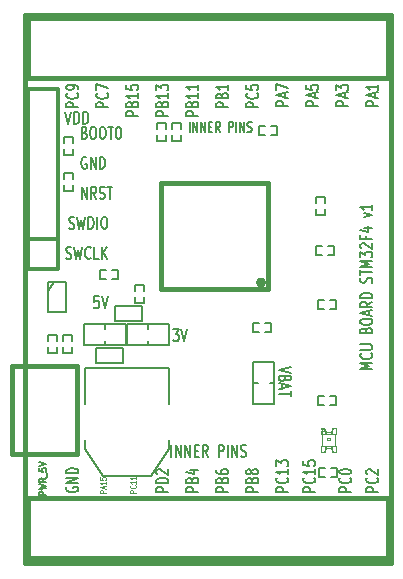
<source format=gto>
G04 (created by PCBNEW-RS274X (2012-apr-16-27)-stable) date Sun 17 Nov 2013 02:19:30 PM EET*
G01*
G70*
G90*
%MOIN*%
G04 Gerber Fmt 3.4, Leading zero omitted, Abs format*
%FSLAX34Y34*%
G04 APERTURE LIST*
%ADD10C,0.006000*%
%ADD11C,0.007500*%
%ADD12C,0.006300*%
%ADD13C,0.003900*%
%ADD14C,0.005000*%
%ADD15C,0.015000*%
%ADD16C,0.012000*%
%ADD17C,0.002600*%
%ADD18C,0.004000*%
%ADD19C,0.002000*%
%ADD20C,0.008000*%
G04 APERTURE END LIST*
G54D10*
G54D11*
X27243Y-20812D02*
X27100Y-20812D01*
X27086Y-21002D01*
X27100Y-20983D01*
X27129Y-20964D01*
X27200Y-20964D01*
X27229Y-20983D01*
X27243Y-21002D01*
X27258Y-21040D01*
X27258Y-21136D01*
X27243Y-21174D01*
X27229Y-21193D01*
X27200Y-21212D01*
X27129Y-21212D01*
X27100Y-21193D01*
X27086Y-21174D01*
X27344Y-20812D02*
X27444Y-21212D01*
X27544Y-20812D01*
X29722Y-21912D02*
X29908Y-21912D01*
X29808Y-22064D01*
X29850Y-22064D01*
X29879Y-22083D01*
X29893Y-22102D01*
X29908Y-22140D01*
X29908Y-22236D01*
X29893Y-22274D01*
X29879Y-22293D01*
X29850Y-22312D01*
X29765Y-22312D01*
X29736Y-22293D01*
X29722Y-22274D01*
X29994Y-21912D02*
X30094Y-22312D01*
X30194Y-21912D01*
X33638Y-23158D02*
X33238Y-23258D01*
X33638Y-23358D01*
X33448Y-23557D02*
X33429Y-23600D01*
X33410Y-23615D01*
X33371Y-23629D01*
X33314Y-23629D01*
X33276Y-23615D01*
X33257Y-23600D01*
X33238Y-23572D01*
X33238Y-23457D01*
X33638Y-23457D01*
X33638Y-23557D01*
X33619Y-23586D01*
X33600Y-23600D01*
X33562Y-23615D01*
X33524Y-23615D01*
X33486Y-23600D01*
X33467Y-23586D01*
X33448Y-23557D01*
X33448Y-23457D01*
X33352Y-23743D02*
X33352Y-23886D01*
X33238Y-23715D02*
X33638Y-23815D01*
X33238Y-23915D01*
X33638Y-23972D02*
X33638Y-24143D01*
X33238Y-24057D02*
X33638Y-24057D01*
X36362Y-23230D02*
X35962Y-23230D01*
X36248Y-23130D01*
X35962Y-23030D01*
X36362Y-23030D01*
X36324Y-22715D02*
X36343Y-22729D01*
X36362Y-22772D01*
X36362Y-22801D01*
X36343Y-22844D01*
X36305Y-22872D01*
X36267Y-22887D01*
X36190Y-22901D01*
X36133Y-22901D01*
X36057Y-22887D01*
X36019Y-22872D01*
X35981Y-22844D01*
X35962Y-22801D01*
X35962Y-22772D01*
X35981Y-22729D01*
X36000Y-22715D01*
X35962Y-22587D02*
X36286Y-22587D01*
X36324Y-22572D01*
X36343Y-22558D01*
X36362Y-22529D01*
X36362Y-22472D01*
X36343Y-22444D01*
X36324Y-22429D01*
X36286Y-22415D01*
X35962Y-22415D01*
X36152Y-21944D02*
X36171Y-21901D01*
X36190Y-21886D01*
X36229Y-21872D01*
X36286Y-21872D01*
X36324Y-21886D01*
X36343Y-21901D01*
X36362Y-21929D01*
X36362Y-22044D01*
X35962Y-22044D01*
X35962Y-21944D01*
X35981Y-21915D01*
X36000Y-21901D01*
X36038Y-21886D01*
X36076Y-21886D01*
X36114Y-21901D01*
X36133Y-21915D01*
X36152Y-21944D01*
X36152Y-22044D01*
X35962Y-21686D02*
X35962Y-21629D01*
X35981Y-21601D01*
X36019Y-21572D01*
X36095Y-21558D01*
X36229Y-21558D01*
X36305Y-21572D01*
X36343Y-21601D01*
X36362Y-21629D01*
X36362Y-21686D01*
X36343Y-21715D01*
X36305Y-21744D01*
X36229Y-21758D01*
X36095Y-21758D01*
X36019Y-21744D01*
X35981Y-21715D01*
X35962Y-21686D01*
X36248Y-21444D02*
X36248Y-21301D01*
X36362Y-21472D02*
X35962Y-21372D01*
X36362Y-21272D01*
X36362Y-21001D02*
X36171Y-21101D01*
X36362Y-21173D02*
X35962Y-21173D01*
X35962Y-21058D01*
X35981Y-21030D01*
X36000Y-21015D01*
X36038Y-21001D01*
X36095Y-21001D01*
X36133Y-21015D01*
X36152Y-21030D01*
X36171Y-21058D01*
X36171Y-21173D01*
X36362Y-20873D02*
X35962Y-20873D01*
X35962Y-20801D01*
X35981Y-20758D01*
X36019Y-20730D01*
X36057Y-20715D01*
X36133Y-20701D01*
X36190Y-20701D01*
X36267Y-20715D01*
X36305Y-20730D01*
X36343Y-20758D01*
X36362Y-20801D01*
X36362Y-20873D01*
X36343Y-20358D02*
X36362Y-20315D01*
X36362Y-20244D01*
X36343Y-20215D01*
X36324Y-20201D01*
X36286Y-20186D01*
X36248Y-20186D01*
X36210Y-20201D01*
X36190Y-20215D01*
X36171Y-20244D01*
X36152Y-20301D01*
X36133Y-20329D01*
X36114Y-20344D01*
X36076Y-20358D01*
X36038Y-20358D01*
X36000Y-20344D01*
X35981Y-20329D01*
X35962Y-20301D01*
X35962Y-20229D01*
X35981Y-20186D01*
X35962Y-20100D02*
X35962Y-19929D01*
X36362Y-20015D02*
X35962Y-20015D01*
X36362Y-19829D02*
X35962Y-19829D01*
X36248Y-19729D01*
X35962Y-19629D01*
X36362Y-19629D01*
X35962Y-19514D02*
X35962Y-19328D01*
X36114Y-19428D01*
X36114Y-19386D01*
X36133Y-19357D01*
X36152Y-19343D01*
X36190Y-19328D01*
X36286Y-19328D01*
X36324Y-19343D01*
X36343Y-19357D01*
X36362Y-19386D01*
X36362Y-19471D01*
X36343Y-19500D01*
X36324Y-19514D01*
X36000Y-19214D02*
X35981Y-19200D01*
X35962Y-19171D01*
X35962Y-19100D01*
X35981Y-19071D01*
X36000Y-19057D01*
X36038Y-19042D01*
X36076Y-19042D01*
X36133Y-19057D01*
X36362Y-19228D01*
X36362Y-19042D01*
X36152Y-18814D02*
X36152Y-18914D01*
X36362Y-18914D02*
X35962Y-18914D01*
X35962Y-18771D01*
X36095Y-18528D02*
X36362Y-18528D01*
X35943Y-18599D02*
X36229Y-18671D01*
X36229Y-18485D01*
X36095Y-18170D02*
X36362Y-18099D01*
X36095Y-18027D01*
X36362Y-17755D02*
X36362Y-17927D01*
X36362Y-17841D02*
X35962Y-17841D01*
X36019Y-17870D01*
X36057Y-17898D01*
X36076Y-17927D01*
X26129Y-14662D02*
X26229Y-15062D01*
X26329Y-14662D01*
X26428Y-15062D02*
X26428Y-14662D01*
X26500Y-14662D01*
X26543Y-14681D01*
X26571Y-14719D01*
X26586Y-14757D01*
X26600Y-14833D01*
X26600Y-14890D01*
X26586Y-14967D01*
X26571Y-15005D01*
X26543Y-15043D01*
X26500Y-15062D01*
X26428Y-15062D01*
X26728Y-15062D02*
X26728Y-14662D01*
X26800Y-14662D01*
X26843Y-14681D01*
X26871Y-14719D01*
X26886Y-14757D01*
X26900Y-14833D01*
X26900Y-14890D01*
X26886Y-14967D01*
X26871Y-15005D01*
X26843Y-15043D01*
X26800Y-15062D01*
X26728Y-15062D01*
X26771Y-15352D02*
X26814Y-15371D01*
X26829Y-15390D01*
X26843Y-15429D01*
X26843Y-15486D01*
X26829Y-15524D01*
X26814Y-15543D01*
X26786Y-15562D01*
X26671Y-15562D01*
X26671Y-15162D01*
X26771Y-15162D01*
X26800Y-15181D01*
X26814Y-15200D01*
X26829Y-15238D01*
X26829Y-15276D01*
X26814Y-15314D01*
X26800Y-15333D01*
X26771Y-15352D01*
X26671Y-15352D01*
X27029Y-15162D02*
X27086Y-15162D01*
X27114Y-15181D01*
X27143Y-15219D01*
X27157Y-15295D01*
X27157Y-15429D01*
X27143Y-15505D01*
X27114Y-15543D01*
X27086Y-15562D01*
X27029Y-15562D01*
X27000Y-15543D01*
X26971Y-15505D01*
X26957Y-15429D01*
X26957Y-15295D01*
X26971Y-15219D01*
X27000Y-15181D01*
X27029Y-15162D01*
X27343Y-15162D02*
X27400Y-15162D01*
X27428Y-15181D01*
X27457Y-15219D01*
X27471Y-15295D01*
X27471Y-15429D01*
X27457Y-15505D01*
X27428Y-15543D01*
X27400Y-15562D01*
X27343Y-15562D01*
X27314Y-15543D01*
X27285Y-15505D01*
X27271Y-15429D01*
X27271Y-15295D01*
X27285Y-15219D01*
X27314Y-15181D01*
X27343Y-15162D01*
X27557Y-15162D02*
X27728Y-15162D01*
X27642Y-15562D02*
X27642Y-15162D01*
X27886Y-15162D02*
X27914Y-15162D01*
X27943Y-15181D01*
X27957Y-15200D01*
X27971Y-15238D01*
X27986Y-15314D01*
X27986Y-15410D01*
X27971Y-15486D01*
X27957Y-15524D01*
X27943Y-15543D01*
X27914Y-15562D01*
X27886Y-15562D01*
X27857Y-15543D01*
X27843Y-15524D01*
X27828Y-15486D01*
X27814Y-15410D01*
X27814Y-15314D01*
X27828Y-15238D01*
X27843Y-15200D01*
X27857Y-15181D01*
X27886Y-15162D01*
X26829Y-16181D02*
X26800Y-16162D01*
X26757Y-16162D01*
X26714Y-16181D01*
X26686Y-16219D01*
X26671Y-16257D01*
X26657Y-16333D01*
X26657Y-16390D01*
X26671Y-16467D01*
X26686Y-16505D01*
X26714Y-16543D01*
X26757Y-16562D01*
X26786Y-16562D01*
X26829Y-16543D01*
X26843Y-16524D01*
X26843Y-16390D01*
X26786Y-16390D01*
X26971Y-16562D02*
X26971Y-16162D01*
X27143Y-16562D01*
X27143Y-16162D01*
X27285Y-16562D02*
X27285Y-16162D01*
X27357Y-16162D01*
X27400Y-16181D01*
X27428Y-16219D01*
X27443Y-16257D01*
X27457Y-16333D01*
X27457Y-16390D01*
X27443Y-16467D01*
X27428Y-16505D01*
X27400Y-16543D01*
X27357Y-16562D01*
X27285Y-16562D01*
X26671Y-17562D02*
X26671Y-17162D01*
X26843Y-17562D01*
X26843Y-17162D01*
X27157Y-17562D02*
X27057Y-17371D01*
X26985Y-17562D02*
X26985Y-17162D01*
X27100Y-17162D01*
X27128Y-17181D01*
X27143Y-17200D01*
X27157Y-17238D01*
X27157Y-17295D01*
X27143Y-17333D01*
X27128Y-17352D01*
X27100Y-17371D01*
X26985Y-17371D01*
X27271Y-17543D02*
X27314Y-17562D01*
X27385Y-17562D01*
X27414Y-17543D01*
X27428Y-17524D01*
X27443Y-17486D01*
X27443Y-17448D01*
X27428Y-17410D01*
X27414Y-17390D01*
X27385Y-17371D01*
X27328Y-17352D01*
X27300Y-17333D01*
X27285Y-17314D01*
X27271Y-17276D01*
X27271Y-17238D01*
X27285Y-17200D01*
X27300Y-17181D01*
X27328Y-17162D01*
X27400Y-17162D01*
X27443Y-17181D01*
X27529Y-17162D02*
X27700Y-17162D01*
X27614Y-17562D02*
X27614Y-17162D01*
X26257Y-18543D02*
X26300Y-18562D01*
X26371Y-18562D01*
X26400Y-18543D01*
X26414Y-18524D01*
X26429Y-18486D01*
X26429Y-18448D01*
X26414Y-18410D01*
X26400Y-18390D01*
X26371Y-18371D01*
X26314Y-18352D01*
X26286Y-18333D01*
X26271Y-18314D01*
X26257Y-18276D01*
X26257Y-18238D01*
X26271Y-18200D01*
X26286Y-18181D01*
X26314Y-18162D01*
X26386Y-18162D01*
X26429Y-18181D01*
X26529Y-18162D02*
X26600Y-18562D01*
X26657Y-18276D01*
X26715Y-18562D01*
X26786Y-18162D01*
X26900Y-18562D02*
X26900Y-18162D01*
X26972Y-18162D01*
X27015Y-18181D01*
X27043Y-18219D01*
X27058Y-18257D01*
X27072Y-18333D01*
X27072Y-18390D01*
X27058Y-18467D01*
X27043Y-18505D01*
X27015Y-18543D01*
X26972Y-18562D01*
X26900Y-18562D01*
X27200Y-18562D02*
X27200Y-18162D01*
X27401Y-18162D02*
X27458Y-18162D01*
X27486Y-18181D01*
X27515Y-18219D01*
X27529Y-18295D01*
X27529Y-18429D01*
X27515Y-18505D01*
X27486Y-18543D01*
X27458Y-18562D01*
X27401Y-18562D01*
X27372Y-18543D01*
X27343Y-18505D01*
X27329Y-18429D01*
X27329Y-18295D01*
X27343Y-18219D01*
X27372Y-18181D01*
X27401Y-18162D01*
X26157Y-19543D02*
X26200Y-19562D01*
X26271Y-19562D01*
X26300Y-19543D01*
X26314Y-19524D01*
X26329Y-19486D01*
X26329Y-19448D01*
X26314Y-19410D01*
X26300Y-19390D01*
X26271Y-19371D01*
X26214Y-19352D01*
X26186Y-19333D01*
X26171Y-19314D01*
X26157Y-19276D01*
X26157Y-19238D01*
X26171Y-19200D01*
X26186Y-19181D01*
X26214Y-19162D01*
X26286Y-19162D01*
X26329Y-19181D01*
X26429Y-19162D02*
X26500Y-19562D01*
X26557Y-19276D01*
X26615Y-19562D01*
X26686Y-19162D01*
X26972Y-19524D02*
X26958Y-19543D01*
X26915Y-19562D01*
X26886Y-19562D01*
X26843Y-19543D01*
X26815Y-19505D01*
X26800Y-19467D01*
X26786Y-19390D01*
X26786Y-19333D01*
X26800Y-19257D01*
X26815Y-19219D01*
X26843Y-19181D01*
X26886Y-19162D01*
X26915Y-19162D01*
X26958Y-19181D01*
X26972Y-19200D01*
X27243Y-19562D02*
X27100Y-19562D01*
X27100Y-19162D01*
X27343Y-19562D02*
X27343Y-19162D01*
X27515Y-19562D02*
X27386Y-19333D01*
X27515Y-19162D02*
X27343Y-19390D01*
G54D12*
X30271Y-15342D02*
X30271Y-14992D01*
X30390Y-15342D02*
X30390Y-14992D01*
X30532Y-15342D01*
X30532Y-14992D01*
X30652Y-15342D02*
X30652Y-14992D01*
X30794Y-15342D01*
X30794Y-14992D01*
X30914Y-15158D02*
X30997Y-15158D01*
X31033Y-15342D02*
X30914Y-15342D01*
X30914Y-14992D01*
X31033Y-14992D01*
X31282Y-15342D02*
X31199Y-15175D01*
X31140Y-15342D02*
X31140Y-14992D01*
X31235Y-14992D01*
X31259Y-15008D01*
X31270Y-15025D01*
X31282Y-15058D01*
X31282Y-15108D01*
X31270Y-15142D01*
X31259Y-15158D01*
X31235Y-15175D01*
X31140Y-15175D01*
X31580Y-15342D02*
X31580Y-14992D01*
X31675Y-14992D01*
X31699Y-15008D01*
X31710Y-15025D01*
X31722Y-15058D01*
X31722Y-15108D01*
X31710Y-15142D01*
X31699Y-15158D01*
X31675Y-15175D01*
X31580Y-15175D01*
X31830Y-15342D02*
X31830Y-14992D01*
X31949Y-15342D02*
X31949Y-14992D01*
X32091Y-15342D01*
X32091Y-14992D01*
X32199Y-15325D02*
X32234Y-15342D01*
X32294Y-15342D01*
X32318Y-15325D01*
X32330Y-15308D01*
X32341Y-15275D01*
X32341Y-15242D01*
X32330Y-15208D01*
X32318Y-15192D01*
X32294Y-15175D01*
X32246Y-15158D01*
X32222Y-15142D01*
X32211Y-15125D01*
X32199Y-15092D01*
X32199Y-15058D01*
X32211Y-15025D01*
X32222Y-15008D01*
X32246Y-14992D01*
X32306Y-14992D01*
X32341Y-15008D01*
G54D11*
X36562Y-14472D02*
X36162Y-14472D01*
X36162Y-14357D01*
X36181Y-14329D01*
X36200Y-14314D01*
X36238Y-14300D01*
X36295Y-14300D01*
X36333Y-14314D01*
X36352Y-14329D01*
X36371Y-14357D01*
X36371Y-14472D01*
X36448Y-14186D02*
X36448Y-14043D01*
X36562Y-14214D02*
X36162Y-14114D01*
X36562Y-14014D01*
X36562Y-13757D02*
X36562Y-13929D01*
X36562Y-13843D02*
X36162Y-13843D01*
X36219Y-13872D01*
X36257Y-13900D01*
X36276Y-13929D01*
X35562Y-14472D02*
X35162Y-14472D01*
X35162Y-14357D01*
X35181Y-14329D01*
X35200Y-14314D01*
X35238Y-14300D01*
X35295Y-14300D01*
X35333Y-14314D01*
X35352Y-14329D01*
X35371Y-14357D01*
X35371Y-14472D01*
X35448Y-14186D02*
X35448Y-14043D01*
X35562Y-14214D02*
X35162Y-14114D01*
X35562Y-14014D01*
X35162Y-13943D02*
X35162Y-13757D01*
X35314Y-13857D01*
X35314Y-13815D01*
X35333Y-13786D01*
X35352Y-13772D01*
X35390Y-13757D01*
X35486Y-13757D01*
X35524Y-13772D01*
X35543Y-13786D01*
X35562Y-13815D01*
X35562Y-13900D01*
X35543Y-13929D01*
X35524Y-13943D01*
X34562Y-14472D02*
X34162Y-14472D01*
X34162Y-14357D01*
X34181Y-14329D01*
X34200Y-14314D01*
X34238Y-14300D01*
X34295Y-14300D01*
X34333Y-14314D01*
X34352Y-14329D01*
X34371Y-14357D01*
X34371Y-14472D01*
X34448Y-14186D02*
X34448Y-14043D01*
X34562Y-14214D02*
X34162Y-14114D01*
X34562Y-14014D01*
X34162Y-13772D02*
X34162Y-13915D01*
X34352Y-13929D01*
X34333Y-13915D01*
X34314Y-13886D01*
X34314Y-13815D01*
X34333Y-13786D01*
X34352Y-13772D01*
X34390Y-13757D01*
X34486Y-13757D01*
X34524Y-13772D01*
X34543Y-13786D01*
X34562Y-13815D01*
X34562Y-13886D01*
X34543Y-13915D01*
X34524Y-13929D01*
X33562Y-14472D02*
X33162Y-14472D01*
X33162Y-14357D01*
X33181Y-14329D01*
X33200Y-14314D01*
X33238Y-14300D01*
X33295Y-14300D01*
X33333Y-14314D01*
X33352Y-14329D01*
X33371Y-14357D01*
X33371Y-14472D01*
X33448Y-14186D02*
X33448Y-14043D01*
X33562Y-14214D02*
X33162Y-14114D01*
X33562Y-14014D01*
X33162Y-13943D02*
X33162Y-13743D01*
X33562Y-13872D01*
X32562Y-14515D02*
X32162Y-14515D01*
X32162Y-14400D01*
X32181Y-14372D01*
X32200Y-14357D01*
X32238Y-14343D01*
X32295Y-14343D01*
X32333Y-14357D01*
X32352Y-14372D01*
X32371Y-14400D01*
X32371Y-14515D01*
X32524Y-14043D02*
X32543Y-14057D01*
X32562Y-14100D01*
X32562Y-14129D01*
X32543Y-14172D01*
X32505Y-14200D01*
X32467Y-14215D01*
X32390Y-14229D01*
X32333Y-14229D01*
X32257Y-14215D01*
X32219Y-14200D01*
X32181Y-14172D01*
X32162Y-14129D01*
X32162Y-14100D01*
X32181Y-14057D01*
X32200Y-14043D01*
X32162Y-13772D02*
X32162Y-13915D01*
X32352Y-13929D01*
X32333Y-13915D01*
X32314Y-13886D01*
X32314Y-13815D01*
X32333Y-13786D01*
X32352Y-13772D01*
X32390Y-13757D01*
X32486Y-13757D01*
X32524Y-13772D01*
X32543Y-13786D01*
X32562Y-13815D01*
X32562Y-13886D01*
X32543Y-13915D01*
X32524Y-13929D01*
X31562Y-14515D02*
X31162Y-14515D01*
X31162Y-14400D01*
X31181Y-14372D01*
X31200Y-14357D01*
X31238Y-14343D01*
X31295Y-14343D01*
X31333Y-14357D01*
X31352Y-14372D01*
X31371Y-14400D01*
X31371Y-14515D01*
X31352Y-14115D02*
X31371Y-14072D01*
X31390Y-14057D01*
X31429Y-14043D01*
X31486Y-14043D01*
X31524Y-14057D01*
X31543Y-14072D01*
X31562Y-14100D01*
X31562Y-14215D01*
X31162Y-14215D01*
X31162Y-14115D01*
X31181Y-14086D01*
X31200Y-14072D01*
X31238Y-14057D01*
X31276Y-14057D01*
X31314Y-14072D01*
X31333Y-14086D01*
X31352Y-14115D01*
X31352Y-14215D01*
X31562Y-13757D02*
X31562Y-13929D01*
X31562Y-13843D02*
X31162Y-13843D01*
X31219Y-13872D01*
X31257Y-13900D01*
X31276Y-13929D01*
X30562Y-14801D02*
X30162Y-14801D01*
X30162Y-14686D01*
X30181Y-14658D01*
X30200Y-14643D01*
X30238Y-14629D01*
X30295Y-14629D01*
X30333Y-14643D01*
X30352Y-14658D01*
X30371Y-14686D01*
X30371Y-14801D01*
X30352Y-14401D02*
X30371Y-14358D01*
X30390Y-14343D01*
X30429Y-14329D01*
X30486Y-14329D01*
X30524Y-14343D01*
X30543Y-14358D01*
X30562Y-14386D01*
X30562Y-14501D01*
X30162Y-14501D01*
X30162Y-14401D01*
X30181Y-14372D01*
X30200Y-14358D01*
X30238Y-14343D01*
X30276Y-14343D01*
X30314Y-14358D01*
X30333Y-14372D01*
X30352Y-14401D01*
X30352Y-14501D01*
X30562Y-14043D02*
X30562Y-14215D01*
X30562Y-14129D02*
X30162Y-14129D01*
X30219Y-14158D01*
X30257Y-14186D01*
X30276Y-14215D01*
X30562Y-13757D02*
X30562Y-13929D01*
X30562Y-13843D02*
X30162Y-13843D01*
X30219Y-13872D01*
X30257Y-13900D01*
X30276Y-13929D01*
X29562Y-14801D02*
X29162Y-14801D01*
X29162Y-14686D01*
X29181Y-14658D01*
X29200Y-14643D01*
X29238Y-14629D01*
X29295Y-14629D01*
X29333Y-14643D01*
X29352Y-14658D01*
X29371Y-14686D01*
X29371Y-14801D01*
X29352Y-14401D02*
X29371Y-14358D01*
X29390Y-14343D01*
X29429Y-14329D01*
X29486Y-14329D01*
X29524Y-14343D01*
X29543Y-14358D01*
X29562Y-14386D01*
X29562Y-14501D01*
X29162Y-14501D01*
X29162Y-14401D01*
X29181Y-14372D01*
X29200Y-14358D01*
X29238Y-14343D01*
X29276Y-14343D01*
X29314Y-14358D01*
X29333Y-14372D01*
X29352Y-14401D01*
X29352Y-14501D01*
X29562Y-14043D02*
X29562Y-14215D01*
X29562Y-14129D02*
X29162Y-14129D01*
X29219Y-14158D01*
X29257Y-14186D01*
X29276Y-14215D01*
X29162Y-13943D02*
X29162Y-13757D01*
X29314Y-13857D01*
X29314Y-13815D01*
X29333Y-13786D01*
X29352Y-13772D01*
X29390Y-13757D01*
X29486Y-13757D01*
X29524Y-13772D01*
X29543Y-13786D01*
X29562Y-13815D01*
X29562Y-13900D01*
X29543Y-13929D01*
X29524Y-13943D01*
X28562Y-14801D02*
X28162Y-14801D01*
X28162Y-14686D01*
X28181Y-14658D01*
X28200Y-14643D01*
X28238Y-14629D01*
X28295Y-14629D01*
X28333Y-14643D01*
X28352Y-14658D01*
X28371Y-14686D01*
X28371Y-14801D01*
X28352Y-14401D02*
X28371Y-14358D01*
X28390Y-14343D01*
X28429Y-14329D01*
X28486Y-14329D01*
X28524Y-14343D01*
X28543Y-14358D01*
X28562Y-14386D01*
X28562Y-14501D01*
X28162Y-14501D01*
X28162Y-14401D01*
X28181Y-14372D01*
X28200Y-14358D01*
X28238Y-14343D01*
X28276Y-14343D01*
X28314Y-14358D01*
X28333Y-14372D01*
X28352Y-14401D01*
X28352Y-14501D01*
X28562Y-14043D02*
X28562Y-14215D01*
X28562Y-14129D02*
X28162Y-14129D01*
X28219Y-14158D01*
X28257Y-14186D01*
X28276Y-14215D01*
X28162Y-13772D02*
X28162Y-13915D01*
X28352Y-13929D01*
X28333Y-13915D01*
X28314Y-13886D01*
X28314Y-13815D01*
X28333Y-13786D01*
X28352Y-13772D01*
X28390Y-13757D01*
X28486Y-13757D01*
X28524Y-13772D01*
X28543Y-13786D01*
X28562Y-13815D01*
X28562Y-13886D01*
X28543Y-13915D01*
X28524Y-13929D01*
X27562Y-14515D02*
X27162Y-14515D01*
X27162Y-14400D01*
X27181Y-14372D01*
X27200Y-14357D01*
X27238Y-14343D01*
X27295Y-14343D01*
X27333Y-14357D01*
X27352Y-14372D01*
X27371Y-14400D01*
X27371Y-14515D01*
X27524Y-14043D02*
X27543Y-14057D01*
X27562Y-14100D01*
X27562Y-14129D01*
X27543Y-14172D01*
X27505Y-14200D01*
X27467Y-14215D01*
X27390Y-14229D01*
X27333Y-14229D01*
X27257Y-14215D01*
X27219Y-14200D01*
X27181Y-14172D01*
X27162Y-14129D01*
X27162Y-14100D01*
X27181Y-14057D01*
X27200Y-14043D01*
X27162Y-13943D02*
X27162Y-13743D01*
X27562Y-13872D01*
X26562Y-14515D02*
X26162Y-14515D01*
X26162Y-14400D01*
X26181Y-14372D01*
X26200Y-14357D01*
X26238Y-14343D01*
X26295Y-14343D01*
X26333Y-14357D01*
X26352Y-14372D01*
X26371Y-14400D01*
X26371Y-14515D01*
X26524Y-14043D02*
X26543Y-14057D01*
X26562Y-14100D01*
X26562Y-14129D01*
X26543Y-14172D01*
X26505Y-14200D01*
X26467Y-14215D01*
X26390Y-14229D01*
X26333Y-14229D01*
X26257Y-14215D01*
X26219Y-14200D01*
X26181Y-14172D01*
X26162Y-14129D01*
X26162Y-14100D01*
X26181Y-14057D01*
X26200Y-14043D01*
X26562Y-13900D02*
X26562Y-13843D01*
X26543Y-13815D01*
X26524Y-13800D01*
X26467Y-13772D01*
X26390Y-13757D01*
X26238Y-13757D01*
X26200Y-13772D01*
X26181Y-13786D01*
X26162Y-13815D01*
X26162Y-13872D01*
X26181Y-13900D01*
X26200Y-13915D01*
X26238Y-13929D01*
X26333Y-13929D01*
X26371Y-13915D01*
X26390Y-13900D01*
X26410Y-13872D01*
X26410Y-13815D01*
X26390Y-13786D01*
X26371Y-13772D01*
X26333Y-13757D01*
X29664Y-26162D02*
X29664Y-25762D01*
X29807Y-26162D02*
X29807Y-25762D01*
X29979Y-26162D01*
X29979Y-25762D01*
X30121Y-26162D02*
X30121Y-25762D01*
X30293Y-26162D01*
X30293Y-25762D01*
X30435Y-25952D02*
X30535Y-25952D01*
X30578Y-26162D02*
X30435Y-26162D01*
X30435Y-25762D01*
X30578Y-25762D01*
X30878Y-26162D02*
X30778Y-25971D01*
X30706Y-26162D02*
X30706Y-25762D01*
X30821Y-25762D01*
X30849Y-25781D01*
X30864Y-25800D01*
X30878Y-25838D01*
X30878Y-25895D01*
X30864Y-25933D01*
X30849Y-25952D01*
X30821Y-25971D01*
X30706Y-25971D01*
X31235Y-26162D02*
X31235Y-25762D01*
X31350Y-25762D01*
X31378Y-25781D01*
X31393Y-25800D01*
X31407Y-25838D01*
X31407Y-25895D01*
X31393Y-25933D01*
X31378Y-25952D01*
X31350Y-25971D01*
X31235Y-25971D01*
X31535Y-26162D02*
X31535Y-25762D01*
X31678Y-26162D02*
X31678Y-25762D01*
X31850Y-26162D01*
X31850Y-25762D01*
X31978Y-26143D02*
X32021Y-26162D01*
X32092Y-26162D01*
X32121Y-26143D01*
X32135Y-26124D01*
X32150Y-26086D01*
X32150Y-26048D01*
X32135Y-26010D01*
X32121Y-25990D01*
X32092Y-25971D01*
X32035Y-25952D01*
X32007Y-25933D01*
X31992Y-25914D01*
X31978Y-25876D01*
X31978Y-25838D01*
X31992Y-25800D01*
X32007Y-25781D01*
X32035Y-25762D01*
X32107Y-25762D01*
X32150Y-25781D01*
X36562Y-27329D02*
X36162Y-27329D01*
X36162Y-27214D01*
X36181Y-27186D01*
X36200Y-27171D01*
X36238Y-27157D01*
X36295Y-27157D01*
X36333Y-27171D01*
X36352Y-27186D01*
X36371Y-27214D01*
X36371Y-27329D01*
X36524Y-26857D02*
X36543Y-26871D01*
X36562Y-26914D01*
X36562Y-26943D01*
X36543Y-26986D01*
X36505Y-27014D01*
X36467Y-27029D01*
X36390Y-27043D01*
X36333Y-27043D01*
X36257Y-27029D01*
X36219Y-27014D01*
X36181Y-26986D01*
X36162Y-26943D01*
X36162Y-26914D01*
X36181Y-26871D01*
X36200Y-26857D01*
X36200Y-26743D02*
X36181Y-26729D01*
X36162Y-26700D01*
X36162Y-26629D01*
X36181Y-26600D01*
X36200Y-26586D01*
X36238Y-26571D01*
X36276Y-26571D01*
X36333Y-26586D01*
X36562Y-26757D01*
X36562Y-26571D01*
X35662Y-27329D02*
X35262Y-27329D01*
X35262Y-27214D01*
X35281Y-27186D01*
X35300Y-27171D01*
X35338Y-27157D01*
X35395Y-27157D01*
X35433Y-27171D01*
X35452Y-27186D01*
X35471Y-27214D01*
X35471Y-27329D01*
X35624Y-26857D02*
X35643Y-26871D01*
X35662Y-26914D01*
X35662Y-26943D01*
X35643Y-26986D01*
X35605Y-27014D01*
X35567Y-27029D01*
X35490Y-27043D01*
X35433Y-27043D01*
X35357Y-27029D01*
X35319Y-27014D01*
X35281Y-26986D01*
X35262Y-26943D01*
X35262Y-26914D01*
X35281Y-26871D01*
X35300Y-26857D01*
X35262Y-26671D02*
X35262Y-26643D01*
X35281Y-26614D01*
X35300Y-26600D01*
X35338Y-26586D01*
X35414Y-26571D01*
X35510Y-26571D01*
X35586Y-26586D01*
X35624Y-26600D01*
X35643Y-26614D01*
X35662Y-26643D01*
X35662Y-26671D01*
X35643Y-26700D01*
X35624Y-26714D01*
X35586Y-26729D01*
X35510Y-26743D01*
X35414Y-26743D01*
X35338Y-26729D01*
X35300Y-26714D01*
X35281Y-26700D01*
X35262Y-26671D01*
X34462Y-27329D02*
X34062Y-27329D01*
X34062Y-27214D01*
X34081Y-27186D01*
X34100Y-27171D01*
X34138Y-27157D01*
X34195Y-27157D01*
X34233Y-27171D01*
X34252Y-27186D01*
X34271Y-27214D01*
X34271Y-27329D01*
X34424Y-26857D02*
X34443Y-26871D01*
X34462Y-26914D01*
X34462Y-26943D01*
X34443Y-26986D01*
X34405Y-27014D01*
X34367Y-27029D01*
X34290Y-27043D01*
X34233Y-27043D01*
X34157Y-27029D01*
X34119Y-27014D01*
X34081Y-26986D01*
X34062Y-26943D01*
X34062Y-26914D01*
X34081Y-26871D01*
X34100Y-26857D01*
X34462Y-26571D02*
X34462Y-26743D01*
X34462Y-26657D02*
X34062Y-26657D01*
X34119Y-26686D01*
X34157Y-26714D01*
X34176Y-26743D01*
X34062Y-26300D02*
X34062Y-26443D01*
X34252Y-26457D01*
X34233Y-26443D01*
X34214Y-26414D01*
X34214Y-26343D01*
X34233Y-26314D01*
X34252Y-26300D01*
X34290Y-26285D01*
X34386Y-26285D01*
X34424Y-26300D01*
X34443Y-26314D01*
X34462Y-26343D01*
X34462Y-26414D01*
X34443Y-26443D01*
X34424Y-26457D01*
X33562Y-27329D02*
X33162Y-27329D01*
X33162Y-27214D01*
X33181Y-27186D01*
X33200Y-27171D01*
X33238Y-27157D01*
X33295Y-27157D01*
X33333Y-27171D01*
X33352Y-27186D01*
X33371Y-27214D01*
X33371Y-27329D01*
X33524Y-26857D02*
X33543Y-26871D01*
X33562Y-26914D01*
X33562Y-26943D01*
X33543Y-26986D01*
X33505Y-27014D01*
X33467Y-27029D01*
X33390Y-27043D01*
X33333Y-27043D01*
X33257Y-27029D01*
X33219Y-27014D01*
X33181Y-26986D01*
X33162Y-26943D01*
X33162Y-26914D01*
X33181Y-26871D01*
X33200Y-26857D01*
X33562Y-26571D02*
X33562Y-26743D01*
X33562Y-26657D02*
X33162Y-26657D01*
X33219Y-26686D01*
X33257Y-26714D01*
X33276Y-26743D01*
X33162Y-26471D02*
X33162Y-26285D01*
X33314Y-26385D01*
X33314Y-26343D01*
X33333Y-26314D01*
X33352Y-26300D01*
X33390Y-26285D01*
X33486Y-26285D01*
X33524Y-26300D01*
X33543Y-26314D01*
X33562Y-26343D01*
X33562Y-26428D01*
X33543Y-26457D01*
X33524Y-26471D01*
X32562Y-27329D02*
X32162Y-27329D01*
X32162Y-27214D01*
X32181Y-27186D01*
X32200Y-27171D01*
X32238Y-27157D01*
X32295Y-27157D01*
X32333Y-27171D01*
X32352Y-27186D01*
X32371Y-27214D01*
X32371Y-27329D01*
X32352Y-26929D02*
X32371Y-26886D01*
X32390Y-26871D01*
X32429Y-26857D01*
X32486Y-26857D01*
X32524Y-26871D01*
X32543Y-26886D01*
X32562Y-26914D01*
X32562Y-27029D01*
X32162Y-27029D01*
X32162Y-26929D01*
X32181Y-26900D01*
X32200Y-26886D01*
X32238Y-26871D01*
X32276Y-26871D01*
X32314Y-26886D01*
X32333Y-26900D01*
X32352Y-26929D01*
X32352Y-27029D01*
X32333Y-26686D02*
X32314Y-26714D01*
X32295Y-26729D01*
X32257Y-26743D01*
X32238Y-26743D01*
X32200Y-26729D01*
X32181Y-26714D01*
X32162Y-26686D01*
X32162Y-26629D01*
X32181Y-26600D01*
X32200Y-26586D01*
X32238Y-26571D01*
X32257Y-26571D01*
X32295Y-26586D01*
X32314Y-26600D01*
X32333Y-26629D01*
X32333Y-26686D01*
X32352Y-26714D01*
X32371Y-26729D01*
X32410Y-26743D01*
X32486Y-26743D01*
X32524Y-26729D01*
X32543Y-26714D01*
X32562Y-26686D01*
X32562Y-26629D01*
X32543Y-26600D01*
X32524Y-26586D01*
X32486Y-26571D01*
X32410Y-26571D01*
X32371Y-26586D01*
X32352Y-26600D01*
X32333Y-26629D01*
X31562Y-27329D02*
X31162Y-27329D01*
X31162Y-27214D01*
X31181Y-27186D01*
X31200Y-27171D01*
X31238Y-27157D01*
X31295Y-27157D01*
X31333Y-27171D01*
X31352Y-27186D01*
X31371Y-27214D01*
X31371Y-27329D01*
X31352Y-26929D02*
X31371Y-26886D01*
X31390Y-26871D01*
X31429Y-26857D01*
X31486Y-26857D01*
X31524Y-26871D01*
X31543Y-26886D01*
X31562Y-26914D01*
X31562Y-27029D01*
X31162Y-27029D01*
X31162Y-26929D01*
X31181Y-26900D01*
X31200Y-26886D01*
X31238Y-26871D01*
X31276Y-26871D01*
X31314Y-26886D01*
X31333Y-26900D01*
X31352Y-26929D01*
X31352Y-27029D01*
X31162Y-26600D02*
X31162Y-26657D01*
X31181Y-26686D01*
X31200Y-26700D01*
X31257Y-26729D01*
X31333Y-26743D01*
X31486Y-26743D01*
X31524Y-26729D01*
X31543Y-26714D01*
X31562Y-26686D01*
X31562Y-26629D01*
X31543Y-26600D01*
X31524Y-26586D01*
X31486Y-26571D01*
X31390Y-26571D01*
X31352Y-26586D01*
X31333Y-26600D01*
X31314Y-26629D01*
X31314Y-26686D01*
X31333Y-26714D01*
X31352Y-26729D01*
X31390Y-26743D01*
X30562Y-27329D02*
X30162Y-27329D01*
X30162Y-27214D01*
X30181Y-27186D01*
X30200Y-27171D01*
X30238Y-27157D01*
X30295Y-27157D01*
X30333Y-27171D01*
X30352Y-27186D01*
X30371Y-27214D01*
X30371Y-27329D01*
X30352Y-26929D02*
X30371Y-26886D01*
X30390Y-26871D01*
X30429Y-26857D01*
X30486Y-26857D01*
X30524Y-26871D01*
X30543Y-26886D01*
X30562Y-26914D01*
X30562Y-27029D01*
X30162Y-27029D01*
X30162Y-26929D01*
X30181Y-26900D01*
X30200Y-26886D01*
X30238Y-26871D01*
X30276Y-26871D01*
X30314Y-26886D01*
X30333Y-26900D01*
X30352Y-26929D01*
X30352Y-27029D01*
X30295Y-26600D02*
X30562Y-26600D01*
X30143Y-26671D02*
X30429Y-26743D01*
X30429Y-26557D01*
X29562Y-27329D02*
X29162Y-27329D01*
X29162Y-27214D01*
X29181Y-27186D01*
X29200Y-27171D01*
X29238Y-27157D01*
X29295Y-27157D01*
X29333Y-27171D01*
X29352Y-27186D01*
X29371Y-27214D01*
X29371Y-27329D01*
X29562Y-27029D02*
X29162Y-27029D01*
X29162Y-26957D01*
X29181Y-26914D01*
X29219Y-26886D01*
X29257Y-26871D01*
X29333Y-26857D01*
X29390Y-26857D01*
X29467Y-26871D01*
X29505Y-26886D01*
X29543Y-26914D01*
X29562Y-26957D01*
X29562Y-27029D01*
X29200Y-26743D02*
X29181Y-26729D01*
X29162Y-26700D01*
X29162Y-26629D01*
X29181Y-26600D01*
X29200Y-26586D01*
X29238Y-26571D01*
X29276Y-26571D01*
X29333Y-26586D01*
X29562Y-26757D01*
X29562Y-26571D01*
G54D13*
X28479Y-27363D02*
X28282Y-27363D01*
X28282Y-27303D01*
X28292Y-27288D01*
X28301Y-27280D01*
X28320Y-27273D01*
X28348Y-27273D01*
X28367Y-27280D01*
X28376Y-27288D01*
X28385Y-27303D01*
X28385Y-27363D01*
X28460Y-27116D02*
X28470Y-27123D01*
X28479Y-27146D01*
X28479Y-27161D01*
X28470Y-27183D01*
X28451Y-27198D01*
X28432Y-27206D01*
X28395Y-27213D01*
X28367Y-27213D01*
X28329Y-27206D01*
X28310Y-27198D01*
X28292Y-27183D01*
X28282Y-27161D01*
X28282Y-27146D01*
X28292Y-27123D01*
X28301Y-27116D01*
X28479Y-26966D02*
X28479Y-27056D01*
X28479Y-27011D02*
X28282Y-27011D01*
X28310Y-27026D01*
X28329Y-27041D01*
X28339Y-27056D01*
X28479Y-26816D02*
X28479Y-26906D01*
X28479Y-26861D02*
X28282Y-26861D01*
X28310Y-26876D01*
X28329Y-26891D01*
X28339Y-26906D01*
X27479Y-27363D02*
X27282Y-27363D01*
X27282Y-27303D01*
X27292Y-27288D01*
X27301Y-27280D01*
X27320Y-27273D01*
X27348Y-27273D01*
X27367Y-27280D01*
X27376Y-27288D01*
X27385Y-27303D01*
X27385Y-27363D01*
X27423Y-27213D02*
X27423Y-27138D01*
X27479Y-27228D02*
X27282Y-27176D01*
X27479Y-27123D01*
X27479Y-26988D02*
X27479Y-27078D01*
X27479Y-27033D02*
X27282Y-27033D01*
X27310Y-27048D01*
X27329Y-27063D01*
X27339Y-27078D01*
X27282Y-26846D02*
X27282Y-26921D01*
X27376Y-26928D01*
X27367Y-26921D01*
X27357Y-26906D01*
X27357Y-26868D01*
X27367Y-26853D01*
X27376Y-26846D01*
X27395Y-26838D01*
X27442Y-26838D01*
X27460Y-26846D01*
X27470Y-26853D01*
X27479Y-26868D01*
X27479Y-26906D01*
X27470Y-26921D01*
X27460Y-26928D01*
G54D11*
X26181Y-27171D02*
X26162Y-27200D01*
X26162Y-27243D01*
X26181Y-27286D01*
X26219Y-27314D01*
X26257Y-27329D01*
X26333Y-27343D01*
X26390Y-27343D01*
X26467Y-27329D01*
X26505Y-27314D01*
X26543Y-27286D01*
X26562Y-27243D01*
X26562Y-27214D01*
X26543Y-27171D01*
X26524Y-27157D01*
X26390Y-27157D01*
X26390Y-27214D01*
X26562Y-27029D02*
X26162Y-27029D01*
X26562Y-26857D01*
X26162Y-26857D01*
X26562Y-26715D02*
X26162Y-26715D01*
X26162Y-26643D01*
X26181Y-26600D01*
X26219Y-26572D01*
X26257Y-26557D01*
X26333Y-26543D01*
X26390Y-26543D01*
X26467Y-26557D01*
X26505Y-26572D01*
X26543Y-26600D01*
X26562Y-26643D01*
X26562Y-26715D01*
G54D14*
X25497Y-27423D02*
X25257Y-27423D01*
X25257Y-27347D01*
X25269Y-27328D01*
X25280Y-27319D01*
X25303Y-27309D01*
X25337Y-27309D01*
X25360Y-27319D01*
X25371Y-27328D01*
X25383Y-27347D01*
X25383Y-27423D01*
X25257Y-27242D02*
X25497Y-27195D01*
X25326Y-27157D01*
X25497Y-27119D01*
X25257Y-27071D01*
X25497Y-26880D02*
X25383Y-26947D01*
X25497Y-26994D02*
X25257Y-26994D01*
X25257Y-26918D01*
X25269Y-26899D01*
X25280Y-26890D01*
X25303Y-26880D01*
X25337Y-26880D01*
X25360Y-26890D01*
X25371Y-26899D01*
X25383Y-26918D01*
X25383Y-26994D01*
X25520Y-26842D02*
X25520Y-26690D01*
X25257Y-26547D02*
X25257Y-26642D01*
X25371Y-26652D01*
X25360Y-26642D01*
X25349Y-26623D01*
X25349Y-26576D01*
X25360Y-26557D01*
X25371Y-26547D01*
X25394Y-26538D01*
X25451Y-26538D01*
X25474Y-26547D01*
X25486Y-26557D01*
X25497Y-26576D01*
X25497Y-26623D01*
X25486Y-26642D01*
X25474Y-26652D01*
X25257Y-26481D02*
X25497Y-26414D01*
X25257Y-26348D01*
G54D15*
X24800Y-29700D02*
X24800Y-11450D01*
X37000Y-29700D02*
X24800Y-29700D01*
X37000Y-11450D02*
X37000Y-29700D01*
X24800Y-11450D02*
X37000Y-11450D01*
G54D14*
X34750Y-24150D02*
X34550Y-24150D01*
X34550Y-24150D02*
X34550Y-24450D01*
X34550Y-24450D02*
X34750Y-24450D01*
X34950Y-24150D02*
X35150Y-24150D01*
X35150Y-24150D02*
X35150Y-24450D01*
X35150Y-24450D02*
X34950Y-24450D01*
X26350Y-22300D02*
X26350Y-22100D01*
X26350Y-22100D02*
X26050Y-22100D01*
X26050Y-22100D02*
X26050Y-22300D01*
X26350Y-22500D02*
X26350Y-22700D01*
X26350Y-22700D02*
X26050Y-22700D01*
X26050Y-22700D02*
X26050Y-22500D01*
X25850Y-22300D02*
X25850Y-22100D01*
X25850Y-22100D02*
X25550Y-22100D01*
X25550Y-22100D02*
X25550Y-22300D01*
X25850Y-22500D02*
X25850Y-22700D01*
X25850Y-22700D02*
X25550Y-22700D01*
X25550Y-22700D02*
X25550Y-22500D01*
X26400Y-15700D02*
X26400Y-15500D01*
X26400Y-15500D02*
X26100Y-15500D01*
X26100Y-15500D02*
X26100Y-15700D01*
X26400Y-15900D02*
X26400Y-16100D01*
X26400Y-16100D02*
X26100Y-16100D01*
X26100Y-16100D02*
X26100Y-15900D01*
X34900Y-19450D02*
X35100Y-19450D01*
X35100Y-19450D02*
X35100Y-19150D01*
X35100Y-19150D02*
X34900Y-19150D01*
X34700Y-19450D02*
X34500Y-19450D01*
X34500Y-19450D02*
X34500Y-19150D01*
X34500Y-19150D02*
X34700Y-19150D01*
X34800Y-17700D02*
X34800Y-17500D01*
X34800Y-17500D02*
X34500Y-17500D01*
X34500Y-17500D02*
X34500Y-17700D01*
X34800Y-17900D02*
X34800Y-18100D01*
X34800Y-18100D02*
X34500Y-18100D01*
X34500Y-18100D02*
X34500Y-17900D01*
X29200Y-15450D02*
X29200Y-15650D01*
X29200Y-15650D02*
X29500Y-15650D01*
X29500Y-15650D02*
X29500Y-15450D01*
X29200Y-15250D02*
X29200Y-15050D01*
X29200Y-15050D02*
X29500Y-15050D01*
X29500Y-15050D02*
X29500Y-15250D01*
X28750Y-20650D02*
X28750Y-20450D01*
X28750Y-20450D02*
X28450Y-20450D01*
X28450Y-20450D02*
X28450Y-20650D01*
X28750Y-20850D02*
X28750Y-21050D01*
X28750Y-21050D02*
X28450Y-21050D01*
X28450Y-21050D02*
X28450Y-20850D01*
X32800Y-15150D02*
X32600Y-15150D01*
X32600Y-15150D02*
X32600Y-15450D01*
X32600Y-15450D02*
X32800Y-15450D01*
X33000Y-15150D02*
X33200Y-15150D01*
X33200Y-15150D02*
X33200Y-15450D01*
X33200Y-15450D02*
X33000Y-15450D01*
X32800Y-22000D02*
X33000Y-22000D01*
X33000Y-22000D02*
X33000Y-21700D01*
X33000Y-21700D02*
X32800Y-21700D01*
X32600Y-22000D02*
X32400Y-22000D01*
X32400Y-22000D02*
X32400Y-21700D01*
X32400Y-21700D02*
X32600Y-21700D01*
X34950Y-21250D02*
X35150Y-21250D01*
X35150Y-21250D02*
X35150Y-20950D01*
X35150Y-20950D02*
X34950Y-20950D01*
X34750Y-21250D02*
X34550Y-21250D01*
X34550Y-21250D02*
X34550Y-20950D01*
X34550Y-20950D02*
X34750Y-20950D01*
X26100Y-17100D02*
X26100Y-17300D01*
X26100Y-17300D02*
X26400Y-17300D01*
X26400Y-17300D02*
X26400Y-17100D01*
X26100Y-16900D02*
X26100Y-16700D01*
X26100Y-16700D02*
X26400Y-16700D01*
X26400Y-16700D02*
X26400Y-16900D01*
X27700Y-20250D02*
X27900Y-20250D01*
X27900Y-20250D02*
X27900Y-19950D01*
X27900Y-19950D02*
X27700Y-19950D01*
X27500Y-20250D02*
X27300Y-20250D01*
X27300Y-20250D02*
X27300Y-19950D01*
X27300Y-19950D02*
X27500Y-19950D01*
X29700Y-15450D02*
X29700Y-15650D01*
X29700Y-15650D02*
X30000Y-15650D01*
X30000Y-15650D02*
X30000Y-15450D01*
X29700Y-15250D02*
X29700Y-15050D01*
X29700Y-15050D02*
X30000Y-15050D01*
X30000Y-15050D02*
X30000Y-15250D01*
G54D15*
X24900Y-11550D02*
X24900Y-13550D01*
X24900Y-13550D02*
X36900Y-13550D01*
X36900Y-13550D02*
X36900Y-11550D01*
X36900Y-11550D02*
X24900Y-11550D01*
X24900Y-27550D02*
X24900Y-29550D01*
X24900Y-29550D02*
X36900Y-29550D01*
X36900Y-29550D02*
X36900Y-27550D01*
X36900Y-27550D02*
X24900Y-27550D01*
G54D16*
X25900Y-19900D02*
X24900Y-19900D01*
X24900Y-19900D02*
X24900Y-13900D01*
X24900Y-13900D02*
X25900Y-13900D01*
X25900Y-13900D02*
X25900Y-19900D01*
X25900Y-18900D02*
X24900Y-18900D01*
G54D15*
X32705Y-20335D02*
X32703Y-20348D01*
X32699Y-20361D01*
X32693Y-20373D01*
X32684Y-20384D01*
X32674Y-20393D01*
X32662Y-20399D01*
X32649Y-20403D01*
X32635Y-20404D01*
X32622Y-20403D01*
X32609Y-20399D01*
X32597Y-20393D01*
X32587Y-20385D01*
X32578Y-20374D01*
X32571Y-20362D01*
X32567Y-20349D01*
X32566Y-20335D01*
X32567Y-20323D01*
X32570Y-20310D01*
X32577Y-20298D01*
X32585Y-20287D01*
X32596Y-20278D01*
X32607Y-20271D01*
X32620Y-20267D01*
X32634Y-20266D01*
X32647Y-20267D01*
X32660Y-20270D01*
X32672Y-20276D01*
X32683Y-20285D01*
X32692Y-20295D01*
X32698Y-20307D01*
X32703Y-20320D01*
X32704Y-20334D01*
X32705Y-20335D01*
X32872Y-20572D02*
X29328Y-20572D01*
X29328Y-20572D02*
X29328Y-17028D01*
X29328Y-17028D02*
X32872Y-17028D01*
X32872Y-17028D02*
X32872Y-20572D01*
G54D14*
X25550Y-20650D02*
X25750Y-20350D01*
X25550Y-21350D02*
X25550Y-20325D01*
X25550Y-20325D02*
X26150Y-20325D01*
X26150Y-20325D02*
X26150Y-21350D01*
X26150Y-21350D02*
X25550Y-21350D01*
X28050Y-23050D02*
X27150Y-23050D01*
X27150Y-23050D02*
X27150Y-22550D01*
X27150Y-22550D02*
X28050Y-22550D01*
X28050Y-22550D02*
X28050Y-23050D01*
G54D17*
X35018Y-25404D02*
X35146Y-25404D01*
X35146Y-25404D02*
X35146Y-25207D01*
X35018Y-25207D02*
X35146Y-25207D01*
X35018Y-25404D02*
X35018Y-25207D01*
X34773Y-25404D02*
X34832Y-25404D01*
X34832Y-25404D02*
X34832Y-25305D01*
X34773Y-25305D02*
X34832Y-25305D01*
X34773Y-25404D02*
X34773Y-25305D01*
X34968Y-25404D02*
X35027Y-25404D01*
X35027Y-25404D02*
X35027Y-25305D01*
X34968Y-25305D02*
X35027Y-25305D01*
X34968Y-25404D02*
X34968Y-25305D01*
X34822Y-25404D02*
X34978Y-25404D01*
X34978Y-25404D02*
X34978Y-25335D01*
X34822Y-25335D02*
X34978Y-25335D01*
X34822Y-25404D02*
X34822Y-25335D01*
X35018Y-25993D02*
X35146Y-25993D01*
X35146Y-25993D02*
X35146Y-25796D01*
X35018Y-25796D02*
X35146Y-25796D01*
X35018Y-25993D02*
X35018Y-25796D01*
X34654Y-25993D02*
X34782Y-25993D01*
X34782Y-25993D02*
X34782Y-25796D01*
X34654Y-25796D02*
X34782Y-25796D01*
X34654Y-25993D02*
X34654Y-25796D01*
X34968Y-25895D02*
X35027Y-25895D01*
X35027Y-25895D02*
X35027Y-25796D01*
X34968Y-25796D02*
X35027Y-25796D01*
X34968Y-25895D02*
X34968Y-25796D01*
X34773Y-25895D02*
X34832Y-25895D01*
X34832Y-25895D02*
X34832Y-25796D01*
X34773Y-25796D02*
X34832Y-25796D01*
X34773Y-25895D02*
X34773Y-25796D01*
X34822Y-25865D02*
X34978Y-25865D01*
X34978Y-25865D02*
X34978Y-25796D01*
X34822Y-25796D02*
X34978Y-25796D01*
X34822Y-25865D02*
X34822Y-25796D01*
X34861Y-25600D02*
X34939Y-25600D01*
X34939Y-25600D02*
X34939Y-25522D01*
X34861Y-25522D02*
X34939Y-25522D01*
X34861Y-25600D02*
X34861Y-25522D01*
X34664Y-25404D02*
X34782Y-25404D01*
X34782Y-25404D02*
X34782Y-25286D01*
X34664Y-25286D02*
X34782Y-25286D01*
X34664Y-25404D02*
X34664Y-25286D01*
X34654Y-25236D02*
X34743Y-25236D01*
X34743Y-25236D02*
X34743Y-25207D01*
X34654Y-25207D02*
X34743Y-25207D01*
X34654Y-25236D02*
X34654Y-25207D01*
G54D18*
X35126Y-25394D02*
X35126Y-25806D01*
X34674Y-25796D02*
X34674Y-25236D01*
G54D19*
X34751Y-25266D02*
X34750Y-25271D01*
X34748Y-25276D01*
X34746Y-25281D01*
X34742Y-25285D01*
X34738Y-25289D01*
X34733Y-25291D01*
X34728Y-25293D01*
X34723Y-25293D01*
X34718Y-25293D01*
X34713Y-25291D01*
X34708Y-25289D01*
X34704Y-25286D01*
X34700Y-25281D01*
X34698Y-25277D01*
X34696Y-25271D01*
X34696Y-25266D01*
X34696Y-25261D01*
X34697Y-25256D01*
X34700Y-25251D01*
X34703Y-25247D01*
X34708Y-25244D01*
X34712Y-25241D01*
X34717Y-25239D01*
X34723Y-25239D01*
X34727Y-25239D01*
X34733Y-25240D01*
X34738Y-25243D01*
X34742Y-25246D01*
X34745Y-25250D01*
X34748Y-25255D01*
X34750Y-25260D01*
X34750Y-25266D01*
X34751Y-25266D01*
G54D18*
X34763Y-25207D02*
X34764Y-25218D01*
X34766Y-25230D01*
X34768Y-25242D01*
X34772Y-25253D01*
X34776Y-25264D01*
X34782Y-25275D01*
X34788Y-25285D01*
X34796Y-25295D01*
X34804Y-25303D01*
X34812Y-25311D01*
X34822Y-25319D01*
X34832Y-25325D01*
X34843Y-25331D01*
X34854Y-25335D01*
X34865Y-25339D01*
X34877Y-25341D01*
X34889Y-25343D01*
X34900Y-25344D01*
X34911Y-25343D01*
X34923Y-25341D01*
X34935Y-25339D01*
X34946Y-25335D01*
X34957Y-25331D01*
X34968Y-25325D01*
X34978Y-25319D01*
X34988Y-25311D01*
X34996Y-25303D01*
X35004Y-25295D01*
X35012Y-25285D01*
X35018Y-25275D01*
X35024Y-25264D01*
X35028Y-25253D01*
X35032Y-25242D01*
X35034Y-25230D01*
X35036Y-25218D01*
X35037Y-25207D01*
X35037Y-25993D02*
X35036Y-25982D01*
X35034Y-25970D01*
X35032Y-25958D01*
X35028Y-25947D01*
X35024Y-25936D01*
X35018Y-25925D01*
X35012Y-25915D01*
X35004Y-25905D01*
X34996Y-25897D01*
X34988Y-25889D01*
X34978Y-25881D01*
X34968Y-25875D01*
X34957Y-25869D01*
X34946Y-25865D01*
X34935Y-25861D01*
X34923Y-25859D01*
X34911Y-25857D01*
X34900Y-25856D01*
X34889Y-25857D01*
X34877Y-25859D01*
X34865Y-25861D01*
X34854Y-25865D01*
X34843Y-25869D01*
X34832Y-25875D01*
X34822Y-25881D01*
X34812Y-25889D01*
X34804Y-25897D01*
X34796Y-25905D01*
X34788Y-25915D01*
X34782Y-25925D01*
X34776Y-25936D01*
X34772Y-25947D01*
X34768Y-25958D01*
X34766Y-25970D01*
X34764Y-25982D01*
X34763Y-25993D01*
G54D14*
X35000Y-26850D02*
X35200Y-26850D01*
X35200Y-26850D02*
X35200Y-26550D01*
X35200Y-26550D02*
X35000Y-26550D01*
X34800Y-26850D02*
X34600Y-26850D01*
X34600Y-26850D02*
X34600Y-26550D01*
X34600Y-26550D02*
X34800Y-26550D01*
G54D20*
X29600Y-24400D02*
X29600Y-23200D01*
X29600Y-23200D02*
X26800Y-23200D01*
X26800Y-23200D02*
X26800Y-24400D01*
X29600Y-25600D02*
X29600Y-25900D01*
X29600Y-25900D02*
X29000Y-26800D01*
X29000Y-26800D02*
X27400Y-26800D01*
X27400Y-26800D02*
X26800Y-25900D01*
X26800Y-25900D02*
X26800Y-25600D01*
G54D14*
X28700Y-21650D02*
X27800Y-21650D01*
X27800Y-21650D02*
X27800Y-21150D01*
X27800Y-21150D02*
X28700Y-21150D01*
X28700Y-21150D02*
X28700Y-21650D01*
G54D11*
X33100Y-23700D02*
X32950Y-23700D01*
X32400Y-23700D02*
X32550Y-23700D01*
X32400Y-24400D02*
X33100Y-24400D01*
X33100Y-24400D02*
X33100Y-23000D01*
X33100Y-23000D02*
X32400Y-23000D01*
X32400Y-23000D02*
X32400Y-24400D01*
X28900Y-22450D02*
X28900Y-22300D01*
X28900Y-21750D02*
X28900Y-21900D01*
X28200Y-21750D02*
X28200Y-22450D01*
X28200Y-22450D02*
X29600Y-22450D01*
X29600Y-22450D02*
X29600Y-21750D01*
X29600Y-21750D02*
X28200Y-21750D01*
X27450Y-22450D02*
X27450Y-22300D01*
X27450Y-21750D02*
X27450Y-21900D01*
X26750Y-21750D02*
X26750Y-22450D01*
X26750Y-22450D02*
X28150Y-22450D01*
X28150Y-22450D02*
X28150Y-21750D01*
X28150Y-21750D02*
X26750Y-21750D01*
G54D15*
X24779Y-23124D02*
X24346Y-23124D01*
X24346Y-23124D02*
X24346Y-26076D01*
X24346Y-26076D02*
X24779Y-26076D01*
X24779Y-23124D02*
X26511Y-23124D01*
X26511Y-23124D02*
X26511Y-26076D01*
X24779Y-23124D02*
X24779Y-26076D01*
X24779Y-26076D02*
X26511Y-26076D01*
M02*

</source>
